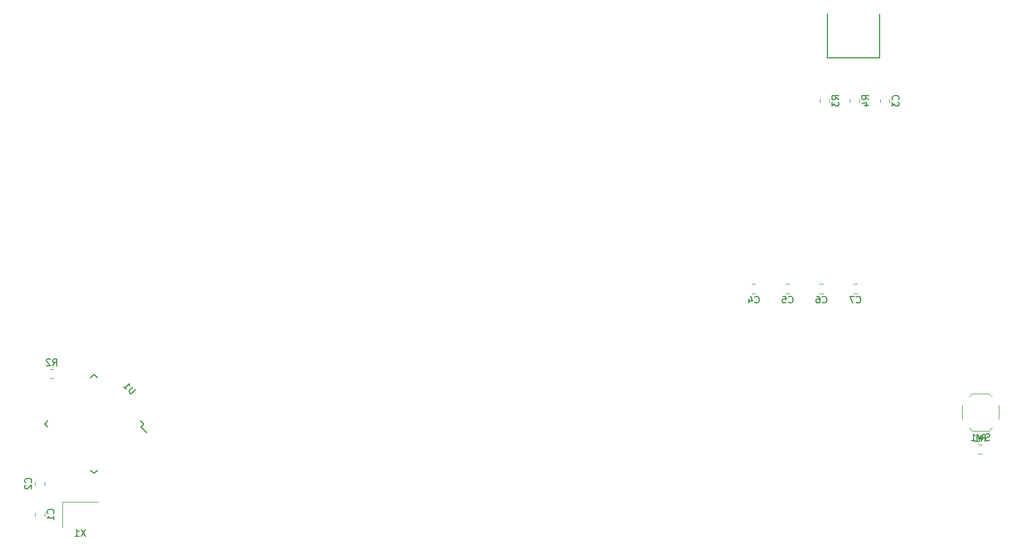
<source format=gbr>
G04 #@! TF.GenerationSoftware,KiCad,Pcbnew,(5.0.0-3-g5ebb6b6)*
G04 #@! TF.CreationDate,2019-05-05T10:35:57-03:00*
G04 #@! TF.ProjectId,elongate,656C6F6E676174652E6B696361645F70,rev?*
G04 #@! TF.SameCoordinates,Original*
G04 #@! TF.FileFunction,Legend,Bot*
G04 #@! TF.FilePolarity,Positive*
%FSLAX46Y46*%
G04 Gerber Fmt 4.6, Leading zero omitted, Abs format (unit mm)*
G04 Created by KiCad (PCBNEW (5.0.0-3-g5ebb6b6)) date 2019 May 05, Sunday 10:35:57*
%MOMM*%
%LPD*%
G01*
G04 APERTURE LIST*
%ADD10C,0.120000*%
%ADD11C,0.200000*%
%ADD12C,0.150000*%
G04 APERTURE END LIST*
D10*
G04 #@! TO.C,C1*
X112574000Y-72660252D02*
X112574000Y-72137748D01*
X113994000Y-72660252D02*
X113994000Y-72137748D01*
G04 #@! TO.C,C2*
X113994000Y-67565748D02*
X113994000Y-68088252D01*
X112574000Y-67565748D02*
X112574000Y-68088252D01*
G04 #@! TO.C,X1*
X116602000Y-74224000D02*
X116602000Y-70524000D01*
X116602000Y-70524000D02*
X121902000Y-70524000D01*
G04 #@! TO.C,R1*
X252492252Y-63448000D02*
X251969748Y-63448000D01*
X252492252Y-62028000D02*
X251969748Y-62028000D01*
G04 #@! TO.C,SW1*
X250575000Y-54950000D02*
X251025000Y-54500000D01*
X253975000Y-54950000D02*
X253525000Y-54500000D01*
X253975000Y-59550000D02*
X253525000Y-60000000D01*
X250575000Y-59550000D02*
X251025000Y-60000000D01*
X255025000Y-58250000D02*
X255025000Y-56250000D01*
X251025000Y-54500000D02*
X253525000Y-54500000D01*
X249525000Y-58250000D02*
X249525000Y-56250000D01*
X251025000Y-60000000D02*
X253525000Y-60000000D01*
G04 #@! TO.C,R2*
X115314252Y-52272000D02*
X114791748Y-52272000D01*
X115314252Y-50852000D02*
X114791748Y-50852000D01*
G04 #@! TO.C,R3*
X228525000Y-11446252D02*
X228525000Y-10923748D01*
X229945000Y-11446252D02*
X229945000Y-10923748D01*
G04 #@! TO.C,R4*
X232970000Y-11446252D02*
X232970000Y-10923748D01*
X234390000Y-11446252D02*
X234390000Y-10923748D01*
D11*
G04 #@! TO.C,USB1*
X237350000Y-4800000D02*
X237350000Y1700000D01*
X229650000Y-4800000D02*
X229650000Y1700000D01*
X229650000Y-4800000D02*
X237350000Y-4800000D01*
D10*
G04 #@! TO.C,C3*
X237415000Y-11446252D02*
X237415000Y-10923748D01*
X238835000Y-11446252D02*
X238835000Y-10923748D01*
D12*
G04 #@! TO.C,U1*
X128618555Y-59000000D02*
X128211969Y-59406586D01*
X121300000Y-51681445D02*
X120822703Y-52158742D01*
X113981445Y-59000000D02*
X114458742Y-58522703D01*
X121300000Y-66318555D02*
X121777297Y-65841258D01*
X128618555Y-59000000D02*
X128141258Y-58522703D01*
X121300000Y-66318555D02*
X120822703Y-65841258D01*
X113981445Y-59000000D02*
X114458742Y-59477297D01*
X121300000Y-51681445D02*
X121777297Y-52158742D01*
X128211969Y-59406586D02*
X129113530Y-60308148D01*
D10*
G04 #@! TO.C,C4*
X218513748Y-38290000D02*
X219036252Y-38290000D01*
X218513748Y-39710000D02*
X219036252Y-39710000D01*
G04 #@! TO.C,C5*
X223513748Y-38290000D02*
X224036252Y-38290000D01*
X223513748Y-39710000D02*
X224036252Y-39710000D01*
G04 #@! TO.C,C6*
X228513748Y-38290000D02*
X229036252Y-38290000D01*
X228513748Y-39710000D02*
X229036252Y-39710000D01*
G04 #@! TO.C,C7*
X233513748Y-38290000D02*
X234036252Y-38290000D01*
X233513748Y-39710000D02*
X234036252Y-39710000D01*
G04 #@! TO.C,C1*
D12*
X115291142Y-72232333D02*
X115338761Y-72184714D01*
X115386380Y-72041857D01*
X115386380Y-71946619D01*
X115338761Y-71803761D01*
X115243523Y-71708523D01*
X115148285Y-71660904D01*
X114957809Y-71613285D01*
X114814952Y-71613285D01*
X114624476Y-71660904D01*
X114529238Y-71708523D01*
X114434000Y-71803761D01*
X114386380Y-71946619D01*
X114386380Y-72041857D01*
X114434000Y-72184714D01*
X114481619Y-72232333D01*
X115386380Y-73184714D02*
X115386380Y-72613285D01*
X115386380Y-72899000D02*
X114386380Y-72899000D01*
X114529238Y-72803761D01*
X114624476Y-72708523D01*
X114672095Y-72613285D01*
G04 #@! TO.C,C2*
X111991142Y-67660333D02*
X112038761Y-67612714D01*
X112086380Y-67469857D01*
X112086380Y-67374619D01*
X112038761Y-67231761D01*
X111943523Y-67136523D01*
X111848285Y-67088904D01*
X111657809Y-67041285D01*
X111514952Y-67041285D01*
X111324476Y-67088904D01*
X111229238Y-67136523D01*
X111134000Y-67231761D01*
X111086380Y-67374619D01*
X111086380Y-67469857D01*
X111134000Y-67612714D01*
X111181619Y-67660333D01*
X111181619Y-68041285D02*
X111134000Y-68088904D01*
X111086380Y-68184142D01*
X111086380Y-68422238D01*
X111134000Y-68517476D01*
X111181619Y-68565095D01*
X111276857Y-68612714D01*
X111372095Y-68612714D01*
X111514952Y-68565095D01*
X112086380Y-67993666D01*
X112086380Y-68612714D01*
G04 #@! TO.C,X1*
X120061523Y-74626380D02*
X119394857Y-75626380D01*
X119394857Y-74626380D02*
X120061523Y-75626380D01*
X118490095Y-75626380D02*
X119061523Y-75626380D01*
X118775809Y-75626380D02*
X118775809Y-74626380D01*
X118871047Y-74769238D01*
X118966285Y-74864476D01*
X119061523Y-74912095D01*
G04 #@! TO.C,R1*
X252397666Y-61540380D02*
X252731000Y-61064190D01*
X252969095Y-61540380D02*
X252969095Y-60540380D01*
X252588142Y-60540380D01*
X252492904Y-60588000D01*
X252445285Y-60635619D01*
X252397666Y-60730857D01*
X252397666Y-60873714D01*
X252445285Y-60968952D01*
X252492904Y-61016571D01*
X252588142Y-61064190D01*
X252969095Y-61064190D01*
X251445285Y-61540380D02*
X252016714Y-61540380D01*
X251731000Y-61540380D02*
X251731000Y-60540380D01*
X251826238Y-60683238D01*
X251921476Y-60778476D01*
X252016714Y-60826095D01*
G04 #@! TO.C,SW1*
X253608333Y-61404761D02*
X253465476Y-61452380D01*
X253227380Y-61452380D01*
X253132142Y-61404761D01*
X253084523Y-61357142D01*
X253036904Y-61261904D01*
X253036904Y-61166666D01*
X253084523Y-61071428D01*
X253132142Y-61023809D01*
X253227380Y-60976190D01*
X253417857Y-60928571D01*
X253513095Y-60880952D01*
X253560714Y-60833333D01*
X253608333Y-60738095D01*
X253608333Y-60642857D01*
X253560714Y-60547619D01*
X253513095Y-60500000D01*
X253417857Y-60452380D01*
X253179761Y-60452380D01*
X253036904Y-60500000D01*
X252703571Y-60452380D02*
X252465476Y-61452380D01*
X252275000Y-60738095D01*
X252084523Y-61452380D01*
X251846428Y-60452380D01*
X250941666Y-61452380D02*
X251513095Y-61452380D01*
X251227380Y-61452380D02*
X251227380Y-60452380D01*
X251322619Y-60595238D01*
X251417857Y-60690476D01*
X251513095Y-60738095D01*
G04 #@! TO.C,R2*
X115219666Y-50364380D02*
X115553000Y-49888190D01*
X115791095Y-50364380D02*
X115791095Y-49364380D01*
X115410142Y-49364380D01*
X115314904Y-49412000D01*
X115267285Y-49459619D01*
X115219666Y-49554857D01*
X115219666Y-49697714D01*
X115267285Y-49792952D01*
X115314904Y-49840571D01*
X115410142Y-49888190D01*
X115791095Y-49888190D01*
X114838714Y-49459619D02*
X114791095Y-49412000D01*
X114695857Y-49364380D01*
X114457761Y-49364380D01*
X114362523Y-49412000D01*
X114314904Y-49459619D01*
X114267285Y-49554857D01*
X114267285Y-49650095D01*
X114314904Y-49792952D01*
X114886333Y-50364380D01*
X114267285Y-50364380D01*
G04 #@! TO.C,R3*
X231337380Y-11018333D02*
X230861190Y-10685000D01*
X231337380Y-10446904D02*
X230337380Y-10446904D01*
X230337380Y-10827857D01*
X230385000Y-10923095D01*
X230432619Y-10970714D01*
X230527857Y-11018333D01*
X230670714Y-11018333D01*
X230765952Y-10970714D01*
X230813571Y-10923095D01*
X230861190Y-10827857D01*
X230861190Y-10446904D01*
X230337380Y-11351666D02*
X230337380Y-11970714D01*
X230718333Y-11637380D01*
X230718333Y-11780238D01*
X230765952Y-11875476D01*
X230813571Y-11923095D01*
X230908809Y-11970714D01*
X231146904Y-11970714D01*
X231242142Y-11923095D01*
X231289761Y-11875476D01*
X231337380Y-11780238D01*
X231337380Y-11494523D01*
X231289761Y-11399285D01*
X231242142Y-11351666D01*
G04 #@! TO.C,R4*
X235782380Y-11018333D02*
X235306190Y-10685000D01*
X235782380Y-10446904D02*
X234782380Y-10446904D01*
X234782380Y-10827857D01*
X234830000Y-10923095D01*
X234877619Y-10970714D01*
X234972857Y-11018333D01*
X235115714Y-11018333D01*
X235210952Y-10970714D01*
X235258571Y-10923095D01*
X235306190Y-10827857D01*
X235306190Y-10446904D01*
X235115714Y-11875476D02*
X235782380Y-11875476D01*
X234734761Y-11637380D02*
X235449047Y-11399285D01*
X235449047Y-12018333D01*
G04 #@! TO.C,C3*
X240132142Y-11018333D02*
X240179761Y-10970714D01*
X240227380Y-10827857D01*
X240227380Y-10732619D01*
X240179761Y-10589761D01*
X240084523Y-10494523D01*
X239989285Y-10446904D01*
X239798809Y-10399285D01*
X239655952Y-10399285D01*
X239465476Y-10446904D01*
X239370238Y-10494523D01*
X239275000Y-10589761D01*
X239227380Y-10732619D01*
X239227380Y-10827857D01*
X239275000Y-10970714D01*
X239322619Y-11018333D01*
X239227380Y-11351666D02*
X239227380Y-11970714D01*
X239608333Y-11637380D01*
X239608333Y-11780238D01*
X239655952Y-11875476D01*
X239703571Y-11923095D01*
X239798809Y-11970714D01*
X240036904Y-11970714D01*
X240132142Y-11923095D01*
X240179761Y-11875476D01*
X240227380Y-11780238D01*
X240227380Y-11494523D01*
X240179761Y-11399285D01*
X240132142Y-11351666D01*
G04 #@! TO.C,U1*
X127493919Y-53883576D02*
X126921499Y-54455996D01*
X126820484Y-54489668D01*
X126753140Y-54489668D01*
X126652125Y-54455996D01*
X126517438Y-54321309D01*
X126483766Y-54220294D01*
X126483766Y-54152950D01*
X126517438Y-54051935D01*
X127089858Y-53479515D01*
X125675644Y-53479515D02*
X126079705Y-53883576D01*
X125877675Y-53681546D02*
X126584781Y-52974439D01*
X126551110Y-53142798D01*
X126551110Y-53277485D01*
X126584781Y-53378500D01*
G04 #@! TO.C,C4*
X218941666Y-41007142D02*
X218989285Y-41054761D01*
X219132142Y-41102380D01*
X219227380Y-41102380D01*
X219370238Y-41054761D01*
X219465476Y-40959523D01*
X219513095Y-40864285D01*
X219560714Y-40673809D01*
X219560714Y-40530952D01*
X219513095Y-40340476D01*
X219465476Y-40245238D01*
X219370238Y-40150000D01*
X219227380Y-40102380D01*
X219132142Y-40102380D01*
X218989285Y-40150000D01*
X218941666Y-40197619D01*
X218084523Y-40435714D02*
X218084523Y-41102380D01*
X218322619Y-40054761D02*
X218560714Y-40769047D01*
X217941666Y-40769047D01*
G04 #@! TO.C,C5*
X223941666Y-41007142D02*
X223989285Y-41054761D01*
X224132142Y-41102380D01*
X224227380Y-41102380D01*
X224370238Y-41054761D01*
X224465476Y-40959523D01*
X224513095Y-40864285D01*
X224560714Y-40673809D01*
X224560714Y-40530952D01*
X224513095Y-40340476D01*
X224465476Y-40245238D01*
X224370238Y-40150000D01*
X224227380Y-40102380D01*
X224132142Y-40102380D01*
X223989285Y-40150000D01*
X223941666Y-40197619D01*
X223036904Y-40102380D02*
X223513095Y-40102380D01*
X223560714Y-40578571D01*
X223513095Y-40530952D01*
X223417857Y-40483333D01*
X223179761Y-40483333D01*
X223084523Y-40530952D01*
X223036904Y-40578571D01*
X222989285Y-40673809D01*
X222989285Y-40911904D01*
X223036904Y-41007142D01*
X223084523Y-41054761D01*
X223179761Y-41102380D01*
X223417857Y-41102380D01*
X223513095Y-41054761D01*
X223560714Y-41007142D01*
G04 #@! TO.C,C6*
X228941666Y-41007142D02*
X228989285Y-41054761D01*
X229132142Y-41102380D01*
X229227380Y-41102380D01*
X229370238Y-41054761D01*
X229465476Y-40959523D01*
X229513095Y-40864285D01*
X229560714Y-40673809D01*
X229560714Y-40530952D01*
X229513095Y-40340476D01*
X229465476Y-40245238D01*
X229370238Y-40150000D01*
X229227380Y-40102380D01*
X229132142Y-40102380D01*
X228989285Y-40150000D01*
X228941666Y-40197619D01*
X228084523Y-40102380D02*
X228275000Y-40102380D01*
X228370238Y-40150000D01*
X228417857Y-40197619D01*
X228513095Y-40340476D01*
X228560714Y-40530952D01*
X228560714Y-40911904D01*
X228513095Y-41007142D01*
X228465476Y-41054761D01*
X228370238Y-41102380D01*
X228179761Y-41102380D01*
X228084523Y-41054761D01*
X228036904Y-41007142D01*
X227989285Y-40911904D01*
X227989285Y-40673809D01*
X228036904Y-40578571D01*
X228084523Y-40530952D01*
X228179761Y-40483333D01*
X228370238Y-40483333D01*
X228465476Y-40530952D01*
X228513095Y-40578571D01*
X228560714Y-40673809D01*
G04 #@! TO.C,C7*
X233941666Y-41007142D02*
X233989285Y-41054761D01*
X234132142Y-41102380D01*
X234227380Y-41102380D01*
X234370238Y-41054761D01*
X234465476Y-40959523D01*
X234513095Y-40864285D01*
X234560714Y-40673809D01*
X234560714Y-40530952D01*
X234513095Y-40340476D01*
X234465476Y-40245238D01*
X234370238Y-40150000D01*
X234227380Y-40102380D01*
X234132142Y-40102380D01*
X233989285Y-40150000D01*
X233941666Y-40197619D01*
X233608333Y-40102380D02*
X232941666Y-40102380D01*
X233370238Y-41102380D01*
G04 #@! TD*
M02*

</source>
